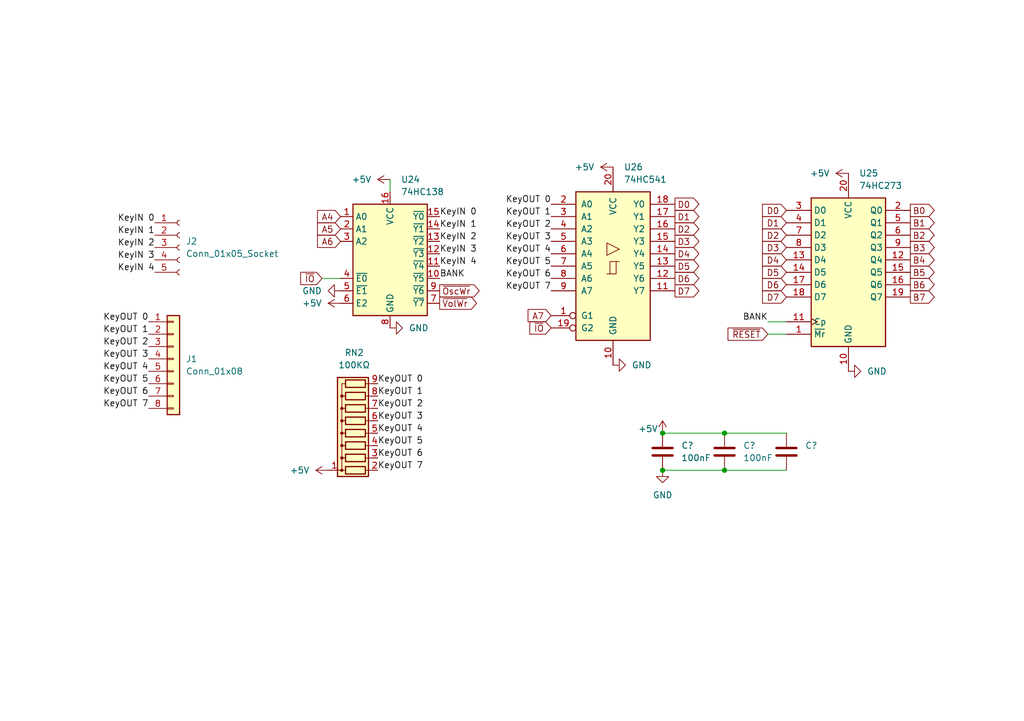
<source format=kicad_sch>
(kicad_sch (version 20230121) (generator eeschema)
  (paper "A5")
  (title_block (title "I/O"))
  (lib_symbols
    (symbol "74xx:74AHC273"
      (property "Reference" "U" (at -7.62 16.51 0))
      (property "Value" "74AHC273" (at -7.62 -16.51 0))
      (symbol "74AHC273_1_0"
        (pin input line (at -12.7 -12.7 0) (length 5.08) (name "~{Mr}") (number "1"))
        (pin power_in line (at 0 -20.32 90) (length 5.08) (name "GND") (number "10"))
        (pin input clock (at -12.7 -10.16 0) (length 5.08) (name "Cp") (number "11"))
        (pin output line (at 12.7 2.54 180) (length 5.08) (name "Q4") (number "12"))
        (pin input line (at -12.7 2.54 0) (length 5.08) (name "D4") (number "13"))
        (pin input line (at -12.7 0 0) (length 5.08) (name "D5") (number "14"))
        (pin output line (at 12.7 0 180) (length 5.08) (name "Q5") (number "15"))
        (pin output line (at 12.7 -2.54 180) (length 5.08) (name "Q6") (number "16"))
        (pin input line (at -12.7 -2.54 0) (length 5.08) (name "D6") (number "17"))
        (pin input line (at -12.7 -5.08 0) (length 5.08) (name "D7") (number "18"))
        (pin output line (at 12.7 -5.08 180) (length 5.08) (name "Q7") (number "19"))
        (pin output line (at 12.7 12.7 180) (length 5.08) (name "Q0") (number "2"))
        (pin power_in line (at 0 20.32 270) (length 5.08) (name "VCC") (number "20"))
        (pin input line (at -12.7 12.7 0) (length 5.08) (name "D0") (number "3"))
        (pin input line (at -12.7 10.16 0) (length 5.08) (name "D1") (number "4"))
        (pin output line (at 12.7 10.16 180) (length 5.08) (name "Q1") (number "5"))
        (pin output line (at 12.7 7.62 180) (length 5.08) (name "Q2") (number "6"))
        (pin input line (at -12.7 7.62 0) (length 5.08) (name "D2") (number "7"))
        (pin input line (at -12.7 5.08 0) (length 5.08) (name "D3") (number "8"))
        (pin output line (at 12.7 5.08 180) (length 5.08) (name "Q3") (number "9"))
      )
      (symbol "74AHC273_1_1"
        (rectangle (start -7.62 15.24) (end 7.62 -15.24) (stroke (width 0.254)) (fill (type background)))
      )
    )
    (symbol "74xx:74HC138"
      (property "Reference" "U" (at -7.62 13.97 0))
      (property "Value" "74HC138" (at 2.54 -11.43 0))
      (symbol "74HC138_0_1"
        (rectangle (start -7.62 12.7) (end 7.62 -10.16) (stroke (width 0.254)) (fill (type background)))
      )
      (symbol "74HC138_1_1"
        (pin input line (at -10.16 10.16 0) (length 2.54) (name "A0") (number "1"))
        (pin output line (at 10.16 -2.54 180) (length 2.54) (name "~{Y5}") (number "10"))
        (pin output line (at 10.16 0 180) (length 2.54) (name "~{Y4}") (number "11"))
        (pin output line (at 10.16 2.54 180) (length 2.54) (name "~{Y3}") (number "12"))
        (pin output line (at 10.16 5.08 180) (length 2.54) (name "~{Y2}") (number "13"))
        (pin output line (at 10.16 7.62 180) (length 2.54) (name "~{Y1}") (number "14"))
        (pin output line (at 10.16 10.16 180) (length 2.54) (name "~{Y0}") (number "15"))
        (pin power_in line (at 0 15.24 270) (length 2.54) (name "VCC") (number "16"))
        (pin input line (at -10.16 7.62 0) (length 2.54) (name "A1") (number "2"))
        (pin input line (at -10.16 5.08 0) (length 2.54) (name "A2") (number "3"))
        (pin input line (at -10.16 -2.54 0) (length 2.54) (name "~{E0}") (number "4"))
        (pin input line (at -10.16 -5.08 0) (length 2.54) (name "~{E1}") (number "5"))
        (pin input line (at -10.16 -7.62 0) (length 2.54) (name "E2") (number "6"))
        (pin output line (at 10.16 -7.62 180) (length 2.54) (name "~{Y7}") (number "7"))
        (pin power_in line (at 0 -12.7 90) (length 2.54) (name "GND") (number "8"))
        (pin output line (at 10.16 -5.08 180) (length 2.54) (name "~{Y6}") (number "9"))
      )
    )
    (symbol "74xx:74HCT541" (pin_names (offset 1.016))
      (property "Reference" "U" (at -7.62 16.51 0))
      (property "Value" "74HCT541" (at -7.62 -16.51 0))
      (symbol "74HCT541_1_0"
        (polyline (pts (xy -0.635 -1.6002) (xy -0.635 0.9398) (xy 0.635 0.9398)))
        (polyline (pts (xy -1.27 -1.6002) (xy 0.635 -1.6002) (xy 0.635 0.9398) (xy 1.27 0.9398)))
        (polyline (pts (xy 1.27 3.4798) (xy -1.27 4.7498) (xy -1.27 2.2098) (xy 1.27 3.4798)) (stroke (width 0.1524)))
        (pin input inverted (at -12.7 -10.16 0) (length 5.08) (name "G1") (number "1"))
        (pin power_in line (at 0 -20.32 90) (length 5.08) (name "GND") (number "10"))
        (pin tri_state line (at 12.7 -5.08 180) (length 5.08) (name "Y7") (number "11"))
        (pin tri_state line (at 12.7 -2.54 180) (length 5.08) (name "Y6") (number "12"))
        (pin tri_state line (at 12.7 0 180) (length 5.08) (name "Y5") (number "13"))
        (pin tri_state line (at 12.7 2.54 180) (length 5.08) (name "Y4") (number "14"))
        (pin tri_state line (at 12.7 5.08 180) (length 5.08) (name "Y3") (number "15"))
        (pin tri_state line (at 12.7 7.62 180) (length 5.08) (name "Y2") (number "16"))
        (pin tri_state line (at 12.7 10.16 180) (length 5.08) (name "Y1") (number "17"))
        (pin tri_state line (at 12.7 12.7 180) (length 5.08) (name "Y0") (number "18"))
        (pin input inverted (at -12.7 -12.7 0) (length 5.08) (name "G2") (number "19"))
        (pin input line (at -12.7 12.7 0) (length 5.08) (name "A0") (number "2"))
        (pin power_in line (at 0 20.32 270) (length 5.08) (name "VCC") (number "20"))
        (pin input line (at -12.7 10.16 0) (length 5.08) (name "A1") (number "3"))
        (pin input line (at -12.7 7.62 0) (length 5.08) (name "A2") (number "4"))
        (pin input line (at -12.7 5.08 0) (length 5.08) (name "A3") (number "5"))
        (pin input line (at -12.7 2.54 0) (length 5.08) (name "A4") (number "6"))
        (pin input line (at -12.7 0 0) (length 5.08) (name "A5") (number "7"))
        (pin input line (at -12.7 -2.54 0) (length 5.08) (name "A6") (number "8"))
        (pin input line (at -12.7 -5.08 0) (length 5.08) (name "A7") (number "9"))
      )
      (symbol "74HCT541_1_1"
        (rectangle (start -7.62 15.24) (end 7.62 -15.24) (stroke (width 0.254)) (fill (type background)))
      )
    )
    (symbol "Connector:Conn_01x05_Socket" (pin_names (offset 1.016) hide)
      (property "Reference" "J" (at 0 7.62 0))
      (property "Value" "Conn_01x05_Socket" (at 0 -7.62 0))
      (symbol "Conn_01x05_Socket_1_1"
        (arc (start 0 -4.572) (mid -0.5058 -5.08) (end 0 -5.588) (stroke (width 0.1524)))
        (arc (start 0 -2.032) (mid -0.5058 -2.54) (end 0 -3.048) (stroke (width 0.1524)))
        (polyline (pts (xy -1.27 -5.08) (xy -0.508 -5.08)) (stroke (width 0.1524)))
        (polyline (pts (xy -1.27 -2.54) (xy -0.508 -2.54)) (stroke (width 0.1524)))
        (polyline (pts (xy -1.27 0) (xy -0.508 0)) (stroke (width 0.1524)))
        (polyline (pts (xy -1.27 2.54) (xy -0.508 2.54)) (stroke (width 0.1524)))
        (polyline (pts (xy -1.27 5.08) (xy -0.508 5.08)) (stroke (width 0.1524)))
        (arc (start 0 0.508) (mid -0.5058 0) (end 0 -0.508) (stroke (width 0.1524)))
        (arc (start 0 3.048) (mid -0.5058 2.54) (end 0 2.032) (stroke (width 0.1524)))
        (arc (start 0 5.588) (mid -0.5058 5.08) (end 0 4.572) (stroke (width 0.1524)))
        (pin passive line (at -5.08 5.08 0) (length 3.81) (name "Pin_1") (number "1"))
        (pin passive line (at -5.08 2.54 0) (length 3.81) (name "Pin_2") (number "2"))
        (pin passive line (at -5.08 0 0) (length 3.81) (name "Pin_3") (number "3"))
        (pin passive line (at -5.08 -2.54 0) (length 3.81) (name "Pin_4") (number "4"))
        (pin passive line (at -5.08 -5.08 0) (length 3.81) (name "Pin_5") (number "5"))
      )
    )
    (symbol "Connector_Generic:Conn_01x08" (pin_names (offset 1.016) hide)
      (property "Reference" "J" (at 0 10.16 0))
      (property "Value" "Conn_01x08" (at 0 -12.7 0))
      (symbol "Conn_01x08_1_1"
        (rectangle (start -1.27 -10.033) (end 0 -10.287) (stroke (width 0.1524)))
        (rectangle (start -1.27 -7.493) (end 0 -7.747) (stroke (width 0.1524)))
        (rectangle (start -1.27 -4.953) (end 0 -5.207) (stroke (width 0.1524)))
        (rectangle (start -1.27 -2.413) (end 0 -2.667) (stroke (width 0.1524)))
        (rectangle (start -1.27 0.127) (end 0 -0.127) (stroke (width 0.1524)))
        (rectangle (start -1.27 2.667) (end 0 2.413) (stroke (width 0.1524)))
        (rectangle (start -1.27 5.207) (end 0 4.953) (stroke (width 0.1524)))
        (rectangle (start -1.27 7.747) (end 0 7.493) (stroke (width 0.1524)))
        (rectangle (start -1.27 8.89) (end 1.27 -11.43) (stroke (width 0.254)) (fill (type background)))
        (pin passive line (at -5.08 7.62 0) (length 3.81) (name "Pin_1") (number "1"))
        (pin passive line (at -5.08 5.08 0) (length 3.81) (name "Pin_2") (number "2"))
        (pin passive line (at -5.08 2.54 0) (length 3.81) (name "Pin_3") (number "3"))
        (pin passive line (at -5.08 0 0) (length 3.81) (name "Pin_4") (number "4"))
        (pin passive line (at -5.08 -2.54 0) (length 3.81) (name "Pin_5") (number "5"))
        (pin passive line (at -5.08 -5.08 0) (length 3.81) (name "Pin_6") (number "6"))
        (pin passive line (at -5.08 -7.62 0) (length 3.81) (name "Pin_7") (number "7"))
        (pin passive line (at -5.08 -10.16 0) (length 3.81) (name "Pin_8") (number "8"))
      )
    )
    (symbol "Device:C" (pin_numbers hide) (pin_names (offset 0.254))
      (property "Reference" "C" (at 0.635 2.54 0))
      (property "Value" "C" (at 0.635 -2.54 0))
      (symbol "C_0_1"
        (polyline (pts (xy -2.032 -0.762) (xy 2.032 -0.762)) (stroke (width 0.508)))
        (polyline (pts (xy -2.032 0.762) (xy 2.032 0.762)) (stroke (width 0.508)))
      )
      (symbol "C_1_1"
        (pin passive line (at 0 3.81 270) (length 2.794) (name "~") (number "1"))
        (pin passive line (at 0 -3.81 90) (length 2.794) (name "~") (number "2"))
      )
    )
    (symbol "Device:R_Network08" (pin_names (offset 0) hide)
      (property "Reference" "RN" (at -12.7 0 90))
      (property "Value" "R_Network08" (at 10.16 0 90))
      (symbol "R_Network08_0_1"
        (rectangle (start -11.43 -3.175) (end 8.89 3.175) (stroke (width 0.254)) (fill (type background)))
        (rectangle (start -10.922 1.524) (end -9.398 -2.54) (stroke (width 0.254)))
        (circle (center -10.16 2.286) (radius 0.254) (fill (type outline)))
        (rectangle (start -8.382 1.524) (end -6.858 -2.54) (stroke (width 0.254)))
        (circle (center -7.62 2.286) (radius 0.254) (fill (type outline)))
        (rectangle (start -5.842 1.524) (end -4.318 -2.54) (stroke (width 0.254)))
        (circle (center -5.08 2.286) (radius 0.254) (fill (type outline)))
        (rectangle (start -3.302 1.524) (end -1.778 -2.54) (stroke (width 0.254)))
        (circle (center -2.54 2.286) (radius 0.254) (fill (type outline)))
        (rectangle (start -0.762 1.524) (end 0.762 -2.54) (stroke (width 0.254)))
        (polyline (pts (xy -10.16 -2.54) (xy -10.16 -3.81)))
        (polyline (pts (xy -7.62 -2.54) (xy -7.62 -3.81)))
        (polyline (pts (xy -5.08 -2.54) (xy -5.08 -3.81)))
        (polyline (pts (xy -2.54 -2.54) (xy -2.54 -3.81)))
        (polyline (pts (xy 0 -2.54) (xy 0 -3.81)))
        (polyline (pts (xy 2.54 -2.54) (xy 2.54 -3.81)))
        (polyline (pts (xy 5.08 -2.54) (xy 5.08 -3.81)))
        (polyline (pts (xy 7.62 -2.54) (xy 7.62 -3.81)))
        (polyline (pts (xy -10.16 1.524) (xy -10.16 2.286) (xy -7.62 2.286) (xy -7.62 1.524)))
        (polyline (pts (xy -7.62 1.524) (xy -7.62 2.286) (xy -5.08 2.286) (xy -5.08 1.524)))
        (polyline (pts (xy -5.08 1.524) (xy -5.08 2.286) (xy -2.54 2.286) (xy -2.54 1.524)))
        (polyline (pts (xy -2.54 1.524) (xy -2.54 2.286) (xy 0 2.286) (xy 0 1.524)))
        (polyline (pts (xy 0 1.524) (xy 0 2.286) (xy 2.54 2.286) (xy 2.54 1.524)))
        (polyline (pts (xy 2.54 1.524) (xy 2.54 2.286) (xy 5.08 2.286) (xy 5.08 1.524)))
        (polyline (pts (xy 5.08 1.524) (xy 5.08 2.286) (xy 7.62 2.286) (xy 7.62 1.524)))
        (circle (center 0 2.286) (radius 0.254) (fill (type outline)))
        (rectangle (start 1.778 1.524) (end 3.302 -2.54) (stroke (width 0.254)))
        (circle (center 2.54 2.286) (radius 0.254) (fill (type outline)))
        (rectangle (start 4.318 1.524) (end 5.842 -2.54) (stroke (width 0.254)))
        (circle (center 5.08 2.286) (radius 0.254) (fill (type outline)))
        (rectangle (start 6.858 1.524) (end 8.382 -2.54) (stroke (width 0.254)))
      )
      (symbol "R_Network08_1_1"
        (pin passive line (at -10.16 5.08 270) (length 2.54) (name "common") (number "1"))
        (pin passive line (at -10.16 -5.08 90) (length 1.27) (name "R1") (number "2"))
        (pin passive line (at -7.62 -5.08 90) (length 1.27) (name "R2") (number "3"))
        (pin passive line (at -5.08 -5.08 90) (length 1.27) (name "R3") (number "4"))
        (pin passive line (at -2.54 -5.08 90) (length 1.27) (name "R4") (number "5"))
        (pin passive line (at 0 -5.08 90) (length 1.27) (name "R5") (number "6"))
        (pin passive line (at 2.54 -5.08 90) (length 1.27) (name "R6") (number "7"))
        (pin passive line (at 5.08 -5.08 90) (length 1.27) (name "R7") (number "8"))
        (pin passive line (at 7.62 -5.08 90) (length 1.27) (name "R8") (number "9"))
      )
    )
    (symbol "power:+5V" (power) (pin_names (offset 0))
      (property "Value" "+5V" (at 0 3.556 0))
      (symbol "+5V_0_1"
        (polyline (pts (xy -0.762 1.27) (xy 0 2.54)))
        (polyline (pts (xy 0 0) (xy 0 2.54)))
        (polyline (pts (xy 0 2.54) (xy 0.762 1.27)))
      )
      (symbol "+5V_1_1"
        (pin power_in line (at 0 0 90) (length 0) hide (name "+5V") (number "1"))
      )
    )
    (symbol "power:GND" (power) (pin_names (offset 0))
      (property "Value" "GND" (at 0 -3.81 0))
      (symbol "GND_0_1"
        (polyline (pts (xy 0 0) (xy 0 -1.27) (xy 1.27 -1.27) (xy 0 -2.54) (xy -1.27 -1.27) (xy 0 -1.27)))
      )
      (symbol "GND_1_1"
        (pin power_in line (at 0 0 270) (length 0) hide (name "GND") (number "1"))
      )
    )
  )
  (junction (at 148.59 88.9))
  (junction (at 135.89 96.52))
  (junction (at 135.89 88.9))
  (junction (at 148.59 96.52))
  (wire (pts (xy 80.01 36.83) (xy 80.01 39.37)))
  (wire (pts (xy 135.89 96.52) (xy 148.59 96.52)))
  (wire (pts (xy 148.59 88.9) (xy 161.29 88.9)))
  (wire (pts (xy 66.04 57.15) (xy 69.85 57.15)))
  (wire (pts (xy 157.48 68.58) (xy 161.29 68.58)))
  (wire (pts (xy 148.59 96.52) (xy 161.29 96.52)))
  (wire (pts (xy 135.89 88.9) (xy 148.59 88.9)))
  (wire (pts (xy 157.48 66.04) (xy 161.29 66.04)))
  (label "KeyOUT 2" (at 77.47 83.82 0))
  (label "KeyIN 1" (at 31.75 48.26 180))
  (label "KeyIN 3" (at 31.75 53.34 180))
  (label "KeyIN 4" (at 31.75 55.88 180))
  (label "KeyIN 3" (at 90.17 52.07 0))
  (label "KeyIN 4" (at 90.17 54.61 0))
  (label "KeyOUT 7" (at 77.47 96.52 0))
  (label "KeyOUT 0" (at 113.03 41.91 180))
  (label "KeyIN 2" (at 90.17 49.53 0))
  (label "KeyOUT 2" (at 113.03 46.99 180))
  (label "KeyOUT 1" (at 30.48 68.58 180))
  (label "KeyOUT 1" (at 113.03 44.45 180))
  (label "KeyOUT 2" (at 30.48 71.12 180))
  (label "KeyOUT 4" (at 30.48 76.2 180))
  (label "KeyOUT 3" (at 30.48 73.66 180))
  (label "KeyIN 2" (at 31.75 50.8 180))
  (label "KeyOUT 3" (at 77.47 86.36 0))
  (label "BANK" (at 90.17 57.15 0))
  (label "KeyOUT 4" (at 113.03 52.07 180))
  (label "KeyOUT 6" (at 77.47 93.98 0))
  (label "KeyOUT 5" (at 77.47 91.44 0))
  (label "KeyOUT 0" (at 77.47 78.74 0))
  (label "KeyOUT 0" (at 30.48 66.04 180))
  (label "KeyOUT 1" (at 77.47 81.28 0))
  (label "KeyOUT 4" (at 77.47 88.9 0))
  (label "KeyOUT 5" (at 113.03 54.61 180))
  (label "KeyIN 1" (at 90.17 46.99 0))
  (label "KeyOUT 6" (at 113.03 57.15 180))
  (label "KeyOUT 6" (at 30.48 81.28 180))
  (label "KeyOUT 7" (at 30.48 83.82 180))
  (label "KeyIN 0" (at 90.17 44.45 0))
  (label "KeyOUT 3" (at 113.03 49.53 180))
  (label "KeyOUT 5" (at 30.48 78.74 180))
  (label "BANK" (at 157.48 66.04 180))
  (label "KeyOUT 7" (at 113.03 59.69 180))
  (label "KeyIN 0" (at 31.75 45.72 180))
  (global_label "~{IO}" (shape input) (at 113.03 67.31 180) (property "Intersheetrefs" "${INTERSHEET_REFS}" (effects hide)))
  (global_label "D1" (shape input) (at 161.29 45.72 180) (property "Intersheetrefs" "${INTERSHEET_REFS}" (effects hide)))
  (global_label "D0" (shape input) (at 161.29 43.18 180) (property "Intersheetrefs" "${INTERSHEET_REFS}" (effects hide)))
  (global_label "D3" (shape input) (at 161.29 50.8 180) (property "Intersheetrefs" "${INTERSHEET_REFS}" (effects hide)))
  (global_label "D6" (shape input) (at 161.29 58.42 180) (property "Intersheetrefs" "${INTERSHEET_REFS}" (effects hide)))
  (global_label "A7" (shape input) (at 113.03 64.77 180) (property "Intersheetrefs" "${INTERSHEET_REFS}" (effects hide)))
  (global_label "~{RESET}" (shape input) (at 157.48 68.58 180) (property "Intersheetrefs" "${INTERSHEET_REFS}" (effects hide)))
  (global_label "D2" (shape input) (at 161.29 48.26 180) (property "Intersheetrefs" "${INTERSHEET_REFS}" (effects hide)))
  (global_label "~{IO}" (shape input) (at 66.04 57.15 180) (property "Intersheetrefs" "${INTERSHEET_REFS}" (effects hide)))
  (global_label "D5" (shape input) (at 161.29 55.88 180) (property "Intersheetrefs" "${INTERSHEET_REFS}" (effects hide)))
  (global_label "B3" (shape output) (at 186.69 50.8 0) (property "Intersheetrefs" "${INTERSHEET_REFS}" (effects hide)))
  (global_label "B2" (shape output) (at 186.69 48.26 0) (property "Intersheetrefs" "${INTERSHEET_REFS}" (effects hide)))
  (global_label "B4" (shape output) (at 186.69 53.34 0) (property "Intersheetrefs" "${INTERSHEET_REFS}" (effects hide)))
  (global_label "B7" (shape output) (at 186.69 60.96 0) (property "Intersheetrefs" "${INTERSHEET_REFS}" (effects hide)))
  (global_label "D7" (shape output) (at 138.43 59.69 0) (property "Intersheetrefs" "${INTERSHEET_REFS}" (effects hide)))
  (global_label "B6" (shape output) (at 186.69 58.42 0) (property "Intersheetrefs" "${INTERSHEET_REFS}" (effects hide)))
  (global_label "D6" (shape output) (at 138.43 57.15 0) (property "Intersheetrefs" "${INTERSHEET_REFS}" (effects hide)))
  (global_label "A6" (shape input) (at 69.85 49.53 180) (property "Intersheetrefs" "${INTERSHEET_REFS}" (effects hide)))
  (global_label "D5" (shape output) (at 138.43 54.61 0) (property "Intersheetrefs" "${INTERSHEET_REFS}" (effects hide)))
  (global_label "D4" (shape output) (at 138.43 52.07 0) (property "Intersheetrefs" "${INTERSHEET_REFS}" (effects hide)))
  (global_label "D2" (shape output) (at 138.43 46.99 0) (property "Intersheetrefs" "${INTERSHEET_REFS}" (effects hide)))
  (global_label "D3" (shape output) (at 138.43 49.53 0) (property "Intersheetrefs" "${INTERSHEET_REFS}" (effects hide)))
  (global_label "A5" (shape input) (at 69.85 46.99 180) (property "Intersheetrefs" "${INTERSHEET_REFS}" (effects hide)))
  (global_label "B5" (shape output) (at 186.69 55.88 0) (property "Intersheetrefs" "${INTERSHEET_REFS}" (effects hide)))
  (global_label "B0" (shape output) (at 186.69 43.18 0) (property "Intersheetrefs" "${INTERSHEET_REFS}" (effects hide)))
  (global_label "~{VolWr}" (shape output) (at 90.17 62.23 0) (property "Intersheetrefs" "${INTERSHEET_REFS}" (effects hide)))
  (global_label "B1" (shape output) (at 186.69 45.72 0) (property "Intersheetrefs" "${INTERSHEET_REFS}" (effects hide)))
  (global_label "~{OscWr}" (shape output) (at 90.17 59.69 0) (property "Intersheetrefs" "${INTERSHEET_REFS}" (effects hide)))
  (global_label "D4" (shape input) (at 161.29 53.34 180) (property "Intersheetrefs" "${INTERSHEET_REFS}" (effects hide)))
  (global_label "A4" (shape input) (at 69.85 44.45 180) (property "Intersheetrefs" "${INTERSHEET_REFS}" (effects hide)))
  (global_label "D0" (shape output) (at 138.43 41.91 0) (property "Intersheetrefs" "${INTERSHEET_REFS}" (effects hide)))
  (global_label "D7" (shape input) (at 161.29 60.96 180) (property "Intersheetrefs" "${INTERSHEET_REFS}" (effects hide)))
  (global_label "D1" (shape output) (at 138.43 44.45 0) (property "Intersheetrefs" "${INTERSHEET_REFS}" (effects hide)))
  (symbol (lib_id "power:GND") (at 69.85 59.69 270) (unit 1)
    (property "Reference" "#PWR091" (effects hide))
    (property "Value" "GND" (at 66.04 59.69 90) (effects (justify right)))
    (instances (project "v0c" (path "" (reference "#PWR091") (unit 1)) (path "" (reference "#PWR0109") (unit 1))))
  )
  (symbol (lib_id "power:GND") (at 135.89 96.52 0) (unit 1)
    (property "Reference" "#PWR0135" (effects hide))
    (property "Value" "GND" (at 135.89 101.6 0))
    (instances (project "v0c" (path "" (reference "#PWR0135") (unit 1)) (path "" (reference "#PWR0116") (unit 1))))
  )
  (symbol (lib_id "power:+5V") (at 67.31 96.52 90) (unit 1)
    (property "Reference" "#PWR092" (effects hide))
    (property "Value" "+5V" (at 63.5 96.52 90) (effects (justify left)))
    (instances (project "v0c" (path "" (reference "#PWR092") (unit 1)) (path "" (reference "#PWR0108") (unit 1))))
  )
  (symbol (lib_id "power:GND") (at 173.99 76.2 90) (unit 1)
    (property "Reference" "#PWR0103" (effects hide))
    (property "Value" "GND" (at 177.8 76.2 90) (effects (justify right)))
    (instances (project "v0c" (path "" (reference "#PWR0103") (unit 1)) (path "" (reference "#PWR0118") (unit 1))))
  )
  (symbol (lib_id "74xx:74HCT541") (at 125.73 54.61 0) (unit 1)
    (property "Reference" "U26" (at 127.9241 34.29 0) (effects (justify left)))
    (property "Value" "74HC541" (at 127.9241 36.83 0) (effects (justify left)))
    (property "Footprint" "PCM_Package_DIP_AKL:DIP-20_W7.62mm_Socket_LongPads" (effects hide))
    (property "Datasheet" "http://www.ti.com/lit/gpn/sn74HCT541" (effects hide))
    (instances (project "v0c" (path "" (reference "U26") (unit 1)) (path "" (reference "U24") (unit 1))))
  )
  (symbol (lib_id "power:+5V") (at 173.99 35.56 90) (unit 1)
    (property "Reference" "#PWR095" (effects hide))
    (property "Value" "+5V" (at 170.18 35.56 90) (effects (justify left)))
    (instances (project "v0c" (path "" (reference "#PWR095") (unit 1)) (path "" (reference "#PWR0117") (unit 1))))
  )
  (symbol (lib_id "Device:C") (at 161.29 92.71 0) (unit 1)
    (property "Reference" "C?" (at 165.1 91.44 0) (effects (justify left)))
    (property "Value" "100nF" (effects hide))
    (property "Footprint" "Capacitor_THT:C_Disc_D3.0mm_W2.0mm_P2.50mm" (effects hide))
    (instances (project "v0c" (path "" (reference "C?") (unit 1)) (path "" (reference "C31") (unit 1))))
  )
  (symbol (lib_id "power:+5V") (at 135.89 88.9 0) (unit 1)
    (property "Reference" "#PWR0136" (effects hide))
    (property "Value" "+5V" (at 132.9051 88.0061 0))
    (instances (project "v0c" (path "" (reference "#PWR0136") (unit 1)) (path "" (reference "#PWR0115") (unit 1))))
  )
  (symbol (lib_id "Device:C") (at 148.59 92.71 0) (unit 1)
    (property "Reference" "C?" (at 152.4 91.44 0) (effects (justify left)))
    (property "Value" "100nF" (at 152.4 93.98 0) (effects (justify left)))
    (property "Footprint" "Capacitor_THT:C_Disc_D3.0mm_W2.0mm_P2.50mm" (effects hide))
    (instances (project "v0c" (path "" (reference "C?") (unit 1)) (path "" (reference "C30") (unit 1))))
  )
  (symbol (lib_id "Device:R_Network08") (at 72.39 86.36 90) (unit 1)
    (property "Reference" "RN2" (at 72.644 72.39 90))
    (property "Value" "100KΩ" (at 72.644 74.93 90))
    (property "Footprint" "Resistor_THT:R_Array_SIP9" (effects hide))
    (property "Datasheet" "http://www.vishay.com/docs/31509/csc.pdf" (effects hide))
  )
  (symbol (lib_id "power:+5V") (at 69.85 62.23 90) (unit 1)
    (property "Reference" "#PWR092" (effects hide))
    (property "Value" "+5V" (at 66.04 62.23 90) (effects (justify left)))
    (instances (project "v0c" (path "" (reference "#PWR092") (unit 1)) (path "" (reference "#PWR0110") (unit 1))))
  )
  (symbol (lib_id "74xx:74HC138") (at 80.01 54.61 0) (unit 1)
    (property "Reference" "U24" (at 82.2041 36.83 0) (effects (justify left)))
    (property "Value" "74HC138" (at 82.2041 39.37 0) (effects (justify left)))
    (property "Footprint" "PCM_Package_DIP_AKL:DIP-16_W7.62mm_Socket_LongPads" (effects hide))
    (property "Datasheet" "http://www.ti.com/lit/ds/symlink/cd74hc238.pdf" (effects hide))
    (instances (project "v0c" (path "" (reference "U24") (unit 1)) (path "" (reference "U23") (unit 1))))
  )
  (symbol (lib_id "Connector:Conn_01x05_Socket") (at 36.83 50.8 0) (unit 1)
    (property "Reference" "J2" (at 38.1 49.53 0) (effects (justify left)))
    (property "Value" "Conn_01x05_Socket" (at 38.1 52.07 0) (effects (justify left)))
    (property "Footprint" "Connector_PinSocket_2.54mm:PinSocket_1x05_P2.54mm_Vertical" (effects hide))
  )
  (symbol (lib_id "power:GND") (at 80.01 67.31 90) (unit 1)
    (property "Reference" "#PWR089" (effects hide))
    (property "Value" "GND" (at 83.82 67.31 90) (effects (justify right)))
    (instances (project "v0c" (path "" (reference "#PWR089") (unit 1)) (path "" (reference "#PWR0112") (unit 1))))
  )
  (symbol (lib_id "74xx:74AHC273") (at 173.99 55.88 0) (unit 1)
    (property "Reference" "U25" (at 176.1841 35.56 0) (effects (justify left)))
    (property "Value" "74HC273" (at 176.1841 38.1 0) (effects (justify left)))
    (property "Footprint" "PCM_Package_DIP_AKL:DIP-20_W7.62mm_Socket_LongPads" (effects hide))
    (property "Datasheet" "https://assets.nexperia.com/documents/data-sheet/74AHC_AHCT273.pdf" (effects hide))
  )
  (symbol (lib_id "power:GND") (at 125.73 74.93 90) (unit 1)
    (property "Reference" "#PWR094" (effects hide))
    (property "Value" "GND" (at 129.54 74.93 90) (effects (justify right)))
    (instances (project "v0c" (path "" (reference "#PWR094") (unit 1)) (path "" (reference "#PWR0114") (unit 1))))
  )
  (symbol (lib_id "Device:C") (at 135.89 92.71 0) (unit 1)
    (property "Reference" "C?" (at 139.7 91.44 0) (effects (justify left)))
    (property "Value" "100nF" (at 139.7 93.98 0) (effects (justify left)))
    (property "Footprint" "Capacitor_THT:C_Disc_D3.0mm_W2.0mm_P2.50mm" (effects hide))
    (instances (project "v0c" (path "" (reference "C?") (unit 1)) (path "" (reference "C29") (unit 1))))
  )
  (symbol (lib_id "power:+5V") (at 80.01 36.83 90) (unit 1)
    (property "Reference" "#PWR090" (effects hide))
    (property "Value" "+5V" (at 76.2 36.83 90) (effects (justify left)))
    (instances (project "v0c" (path "" (reference "#PWR090") (unit 1)) (path "" (reference "#PWR0111") (unit 1))))
  )
  (symbol (lib_id "power:+5V") (at 125.73 34.29 90) (unit 1)
    (property "Reference" "#PWR093" (effects hide))
    (property "Value" "+5V" (at 121.92 34.29 90) (effects (justify left)))
    (instances (project "v0c" (path "" (reference "#PWR093") (unit 1)) (path "" (reference "#PWR0113") (unit 1))))
  )
  (symbol (lib_id "Connector_Generic:Conn_01x08") (at 35.56 73.66 0) (unit 1)
    (property "Reference" "J1" (at 38.1 73.66 0) (effects (justify left)))
    (property "Value" "Conn_01x08" (at 38.1 76.2 0) (effects (justify left)))
    (property "Footprint" "Connector_PinHeader_2.54mm:PinHeader_1x08_P2.54mm_Vertical" (effects hide))
  )
)
</source>
